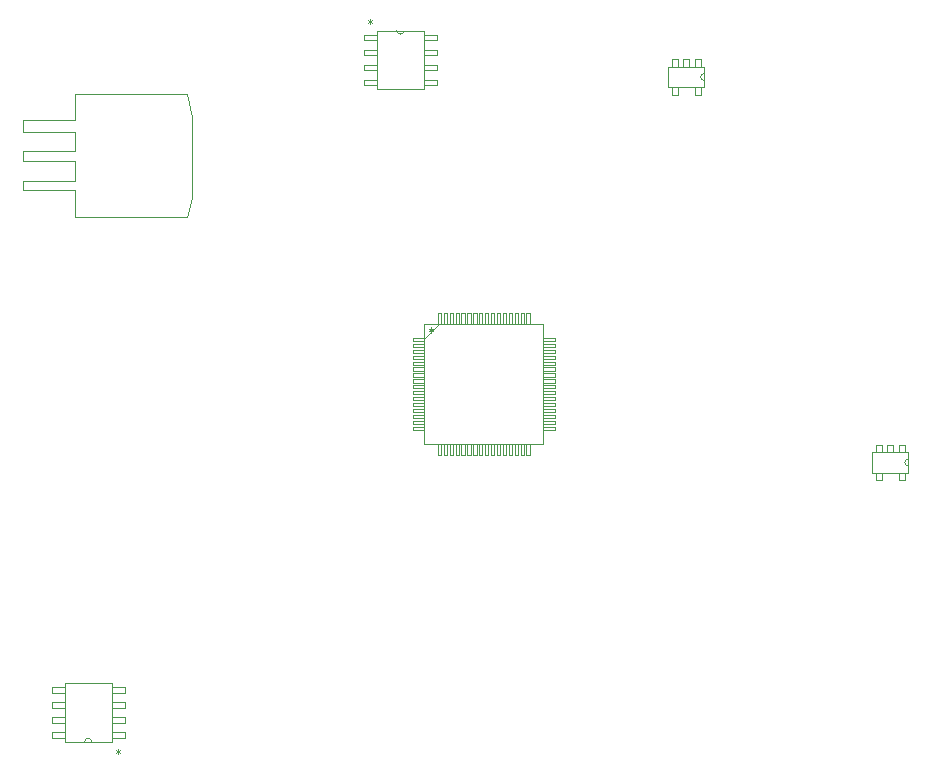
<source format=gm1>
G04*
G04 #@! TF.GenerationSoftware,Altium Limited,Altium Designer,18.1.6 (161)*
G04*
G04 Layer_Color=16711935*
%FSTAX24Y24*%
%MOIN*%
G70*
G01*
G75*
%ADD24C,0.0030*%
%ADD188C,0.0010*%
%ADD189C,0.0039*%
D24*
X029988Y044319D02*
Y044141D01*
X029914Y044274D02*
X030063Y044185D01*
Y044274D02*
X029914Y044185D01*
X021576Y019808D02*
Y019986D01*
X02165Y019852D02*
X021501Y019941D01*
Y019852D02*
X02165Y019941D01*
X03201Y034037D02*
Y033859D01*
X031936Y033993D02*
X032084Y033903D01*
Y033993D02*
X031936Y033903D01*
D188*
X047926Y02965D02*
G03*
X047926Y02941I0J-00012D01*
G01*
X041126Y0425D02*
G03*
X041126Y04226I0J-00012D01*
G01*
X030877Y043924D02*
G03*
X031117Y043924I00012J0D01*
G01*
X02071Y020215D02*
G03*
X02047Y020215I-00012J0D01*
G01*
X0478Y02894D02*
Y029185D01*
X0476Y02894D02*
X0478D01*
X0476D02*
Y029185D01*
X0478D01*
X047052Y02894D02*
Y029185D01*
X046852Y02894D02*
X047052D01*
X046852D02*
Y029185D01*
X047052D01*
X046852Y029875D02*
Y03012D01*
X047052D01*
Y029875D02*
Y03012D01*
X046852Y029875D02*
X047052D01*
X047226D02*
Y03012D01*
X047426D01*
Y029875D02*
Y03012D01*
X047226Y029875D02*
X047426D01*
X0476D02*
Y03012D01*
X0478D01*
Y029875D02*
Y03012D01*
X0476Y029875D02*
X0478D01*
X046726D02*
X047926D01*
Y029185D02*
Y029875D01*
X046726Y029185D02*
X047926D01*
X046726D02*
Y029875D01*
X041Y04179D02*
Y042035D01*
X0408Y04179D02*
X041D01*
X0408D02*
Y042035D01*
X041D01*
X040252Y04179D02*
Y042035D01*
X040052Y04179D02*
X040252D01*
X040052D02*
Y042035D01*
X040252D01*
X040052Y042725D02*
Y04297D01*
X040252D01*
Y042725D02*
Y04297D01*
X040052Y042725D02*
X040252D01*
X040426D02*
Y04297D01*
X040626D01*
Y042725D02*
Y04297D01*
X040426Y042725D02*
X040626D01*
X0408D02*
Y04297D01*
X041D01*
Y042725D02*
Y04297D01*
X0408Y042725D02*
X041D01*
X039926D02*
X041126D01*
Y042035D02*
Y042725D01*
X039926Y042035D02*
X041126D01*
X039926D02*
Y042725D01*
X030212Y041964D02*
Y043924D01*
X031782D01*
Y041964D02*
Y043924D01*
X030212Y041964D02*
X031782D01*
Y043789D02*
X032217D01*
Y043599D02*
Y043789D01*
X031782Y043599D02*
X032217D01*
X031782D02*
Y043789D01*
Y043289D02*
X032217D01*
Y043099D02*
Y043289D01*
X031782Y043099D02*
X032217D01*
X031782D02*
Y043289D01*
Y042789D02*
X032217D01*
Y042599D02*
Y042789D01*
X031782Y042599D02*
X032217D01*
X031782D02*
Y042789D01*
Y042289D02*
X032217D01*
Y042099D02*
Y042289D01*
X031782Y042099D02*
X032217D01*
X031782D02*
Y042289D01*
X029777Y042099D02*
X030212D01*
X029777D02*
Y042289D01*
X030212D01*
Y042099D02*
Y042289D01*
X029777Y042599D02*
X030212D01*
X029777D02*
Y042789D01*
X030212D01*
Y042599D02*
Y042789D01*
X029777Y043099D02*
X030212D01*
X029777D02*
Y043289D01*
X030212D01*
Y043099D02*
Y043289D01*
X029777Y043599D02*
X030212D01*
X029777D02*
Y043789D01*
X030212D01*
Y043599D02*
Y043789D01*
X021375Y02035D02*
Y02055D01*
Y02035D02*
X02181D01*
Y02055D01*
X021375D02*
X02181D01*
X021375Y02085D02*
Y02105D01*
Y02085D02*
X02181D01*
Y02105D01*
X021375D02*
X02181D01*
X021375Y02135D02*
Y02155D01*
Y02135D02*
X02181D01*
Y02155D01*
X021375D02*
X02181D01*
X021375Y02185D02*
Y02205D01*
Y02185D02*
X02181D01*
Y02205D01*
X021375D02*
X02181D01*
X019805Y02185D02*
Y02205D01*
X01937D02*
X019805D01*
X01937Y02185D02*
Y02205D01*
Y02185D02*
X019805D01*
Y02135D02*
Y02155D01*
X01937D02*
X019805D01*
X01937Y02135D02*
Y02155D01*
Y02135D02*
X019805D01*
Y02085D02*
Y02105D01*
X01937D02*
X019805D01*
X01937Y02085D02*
Y02105D01*
Y02085D02*
X019805D01*
Y02035D02*
Y02055D01*
X01937D02*
X019805D01*
X01937Y02035D02*
Y02055D01*
Y02035D02*
X019805D01*
Y022185D02*
X021375D01*
X019805Y020215D02*
Y022185D01*
Y020215D02*
X021375D01*
Y022185D01*
X031786Y03016D02*
Y03414D01*
X035766D01*
Y03016D02*
Y03414D01*
X031786Y03016D02*
X035766D01*
X031786Y03364D02*
X032286Y03414D01*
X035766Y033681D02*
X036141D01*
Y033571D02*
Y033681D01*
X035766Y033571D02*
X036141D01*
X035766D02*
Y033681D01*
Y033485D02*
X036141D01*
Y033375D02*
Y033485D01*
X035766Y033375D02*
X036141D01*
X035766D02*
Y033485D01*
Y033288D02*
X036141D01*
Y033178D02*
Y033288D01*
X035766Y033178D02*
X036141D01*
X035766D02*
Y033288D01*
Y033091D02*
X036141D01*
Y032981D02*
Y033091D01*
X035766Y032981D02*
X036141D01*
X035766D02*
Y033091D01*
Y032894D02*
X036141D01*
Y032784D02*
Y032894D01*
X035766Y032784D02*
X036141D01*
X035766D02*
Y032894D01*
Y032697D02*
X036141D01*
Y032587D02*
Y032697D01*
X035766Y032587D02*
X036141D01*
X035766D02*
Y032697D01*
Y0325D02*
X036141D01*
Y03239D02*
Y0325D01*
X035766Y03239D02*
X036141D01*
X035766D02*
Y0325D01*
Y032303D02*
X036141D01*
Y032193D02*
Y032303D01*
X035766Y032193D02*
X036141D01*
X035766D02*
Y032303D01*
Y032107D02*
X036141D01*
Y031997D02*
Y032107D01*
X035766Y031997D02*
X036141D01*
X035766D02*
Y032107D01*
Y03191D02*
X036141D01*
Y0318D02*
Y03191D01*
X035766Y0318D02*
X036141D01*
X035766D02*
Y03191D01*
Y031713D02*
X036141D01*
Y031603D02*
Y031713D01*
X035766Y031603D02*
X036141D01*
X035766D02*
Y031713D01*
Y031516D02*
X036141D01*
Y031406D02*
Y031516D01*
X035766Y031406D02*
X036141D01*
X035766D02*
Y031516D01*
Y031319D02*
X036141D01*
Y031209D02*
Y031319D01*
X035766Y031209D02*
X036141D01*
X035766D02*
Y031319D01*
Y031122D02*
X036141D01*
Y031012D02*
Y031122D01*
X035766Y031012D02*
X036141D01*
X035766D02*
Y031122D01*
Y030925D02*
X036141D01*
Y030815D02*
Y030925D01*
X035766Y030815D02*
X036141D01*
X035766D02*
Y030925D01*
Y030729D02*
X036141D01*
Y030619D02*
Y030729D01*
X035766Y030619D02*
X036141D01*
X035766D02*
Y030729D01*
X035307Y029785D02*
Y03016D01*
X035197Y029785D02*
X035307D01*
X035197D02*
Y03016D01*
X035307D01*
X03511Y029785D02*
Y03016D01*
X035Y029785D02*
X03511D01*
X035D02*
Y03016D01*
X03511D01*
X034913Y029785D02*
Y03016D01*
X034803Y029785D02*
X034913D01*
X034803D02*
Y03016D01*
X034913D01*
X034716Y029785D02*
Y03016D01*
X034606Y029785D02*
X034716D01*
X034606D02*
Y03016D01*
X034716D01*
X03452Y029785D02*
Y03016D01*
X03441Y029785D02*
X03452D01*
X03441D02*
Y03016D01*
X03452D01*
X034323Y029785D02*
Y03016D01*
X034213Y029785D02*
X034323D01*
X034213D02*
Y03016D01*
X034323D01*
X034126Y029785D02*
Y03016D01*
X034016Y029785D02*
X034126D01*
X034016D02*
Y03016D01*
X034126D01*
X033929Y029785D02*
Y03016D01*
X033819Y029785D02*
X033929D01*
X033819D02*
Y03016D01*
X033929D01*
X033732Y029785D02*
Y03016D01*
X033622Y029785D02*
X033732D01*
X033622D02*
Y03016D01*
X033732D01*
X033535Y029785D02*
Y03016D01*
X033425Y029785D02*
X033535D01*
X033425D02*
Y03016D01*
X033535D01*
X033338Y029785D02*
Y03016D01*
X033228Y029785D02*
X033338D01*
X033228D02*
Y03016D01*
X033338D01*
X033142Y029785D02*
Y03016D01*
X033032Y029785D02*
X033142D01*
X033032D02*
Y03016D01*
X033142D01*
X032945Y029785D02*
Y03016D01*
X032835Y029785D02*
X032945D01*
X032835D02*
Y03016D01*
X032945D01*
X032748Y029785D02*
Y03016D01*
X032638Y029785D02*
X032748D01*
X032638D02*
Y03016D01*
X032748D01*
X032551Y029785D02*
Y03016D01*
X032441Y029785D02*
X032551D01*
X032441D02*
Y03016D01*
X032551D01*
X032354Y029785D02*
Y03016D01*
X032244Y029785D02*
X032354D01*
X032244D02*
Y03016D01*
X032354D01*
X031411Y030619D02*
X031786D01*
X031411D02*
Y030729D01*
X031786D01*
Y030619D02*
Y030729D01*
X031411Y030815D02*
X031786D01*
X031411D02*
Y030925D01*
X031786D01*
Y030815D02*
Y030925D01*
X031411Y031012D02*
X031786D01*
X031411D02*
Y031122D01*
X031786D01*
Y031012D02*
Y031122D01*
X031411Y031209D02*
X031786D01*
X031411D02*
Y031319D01*
X031786D01*
Y031209D02*
Y031319D01*
X031411Y031406D02*
X031786D01*
X031411D02*
Y031516D01*
X031786D01*
Y031406D02*
Y031516D01*
X031411Y031603D02*
X031786D01*
X031411D02*
Y031713D01*
X031786D01*
Y031603D02*
Y031713D01*
X031411Y0318D02*
X031786D01*
X031411D02*
Y03191D01*
X031786D01*
Y0318D02*
Y03191D01*
X031411Y031997D02*
X031786D01*
X031411D02*
Y032107D01*
X031786D01*
Y031997D02*
Y032107D01*
X031411Y032193D02*
X031786D01*
X031411D02*
Y032303D01*
X031786D01*
Y032193D02*
Y032303D01*
X031411Y03239D02*
X031786D01*
X031411D02*
Y0325D01*
X031786D01*
Y03239D02*
Y0325D01*
X031411Y032587D02*
X031786D01*
X031411D02*
Y032697D01*
X031786D01*
Y032587D02*
Y032697D01*
X031411Y032784D02*
X031786D01*
X031411D02*
Y032894D01*
X031786D01*
Y032784D02*
Y032894D01*
X031411Y032981D02*
X031786D01*
X031411D02*
Y033091D01*
X031786D01*
Y032981D02*
Y033091D01*
X031411Y033178D02*
X031786D01*
X031411D02*
Y033288D01*
X031786D01*
Y033178D02*
Y033288D01*
X031411Y033375D02*
X031786D01*
X031411D02*
Y033485D01*
X031786D01*
Y033375D02*
Y033485D01*
X031411Y033571D02*
X031786D01*
X031411D02*
Y033681D01*
X031786D01*
Y033571D02*
Y033681D01*
X032244Y03414D02*
Y034515D01*
X032354D01*
Y03414D02*
Y034515D01*
X032244Y03414D02*
X032354D01*
X032441D02*
Y034515D01*
X032551D01*
Y03414D02*
Y034515D01*
X032441Y03414D02*
X032551D01*
X032638D02*
Y034515D01*
X032748D01*
Y03414D02*
Y034515D01*
X032638Y03414D02*
X032748D01*
X032835D02*
Y034515D01*
X032945D01*
Y03414D02*
Y034515D01*
X032835Y03414D02*
X032945D01*
X033032D02*
Y034515D01*
X033142D01*
Y03414D02*
Y034515D01*
X033032Y03414D02*
X033142D01*
X033228D02*
Y034515D01*
X033338D01*
Y03414D02*
Y034515D01*
X033228Y03414D02*
X033338D01*
X033425D02*
Y034515D01*
X033535D01*
Y03414D02*
Y034515D01*
X033425Y03414D02*
X033535D01*
X033622D02*
Y034515D01*
X033732D01*
Y03414D02*
Y034515D01*
X033622Y03414D02*
X033732D01*
X033819D02*
Y034515D01*
X033929D01*
Y03414D02*
Y034515D01*
X033819Y03414D02*
X033929D01*
X034016D02*
Y034515D01*
X034126D01*
Y03414D02*
Y034515D01*
X034016Y03414D02*
X034126D01*
X034213D02*
Y034515D01*
X034323D01*
Y03414D02*
Y034515D01*
X034213Y03414D02*
X034323D01*
X03441D02*
Y034515D01*
X03452D01*
Y03414D02*
Y034515D01*
X03441Y03414D02*
X03452D01*
X034606D02*
Y034515D01*
X034716D01*
Y03414D02*
Y034515D01*
X034606Y03414D02*
X034716D01*
X034803D02*
Y034515D01*
X034913D01*
Y03414D02*
Y034515D01*
X034803Y03414D02*
X034913D01*
X035D02*
Y034515D01*
X03511D01*
Y03414D02*
Y034515D01*
X035Y03414D02*
X03511D01*
X035197D02*
Y034515D01*
X035307D01*
Y03414D02*
Y034515D01*
X035197Y03414D02*
X035307D01*
D189*
X023881Y041797D02*
X024038Y041049D01*
X023881Y037703D02*
X024038Y038333D01*
Y041049D01*
X020141Y037703D02*
Y038608D01*
X018408D02*
X020141D01*
X018408D02*
Y038923D01*
X020141D01*
Y039593D01*
X018408D02*
X020141D01*
X018408D02*
Y039907D01*
X020141D01*
Y040537D01*
X018408D02*
X020141D01*
X018408D02*
Y040931D01*
X020141D01*
Y041797D01*
X023881D01*
X020141Y037703D02*
X023881D01*
M02*

</source>
